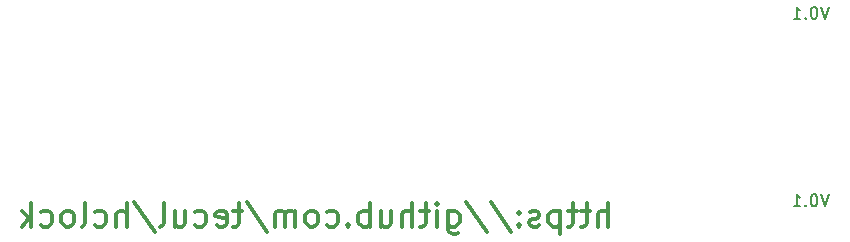
<source format=gbo>
%TF.GenerationSoftware,KiCad,Pcbnew,4.0.2+e4-6225~38~ubuntu14.04.1-stable*%
%TF.CreationDate,2016-06-25T18:59:24+02:00*%
%TF.ProjectId,hclock,68636C6F636B2E6B696361645F706362,0.1*%
%TF.FileFunction,Legend,Bot*%
%FSLAX46Y46*%
G04 Gerber Fmt 4.6, Leading zero omitted, Abs format (unit mm)*
G04 Created by KiCad (PCBNEW 4.0.2+e4-6225~38~ubuntu14.04.1-stable) date sam. 25 juin 2016 18:59:24 CEST*
%MOMM*%
G01*
G04 APERTURE LIST*
%ADD10C,0.100000*%
%ADD11C,0.300000*%
%ADD12C,0.150000*%
G04 APERTURE END LIST*
D10*
D11*
X170811907Y-70119762D02*
X170811907Y-68119762D01*
X169954764Y-70119762D02*
X169954764Y-69072143D01*
X170050002Y-68881667D01*
X170240478Y-68786429D01*
X170526192Y-68786429D01*
X170716668Y-68881667D01*
X170811907Y-68976905D01*
X169288097Y-68786429D02*
X168526192Y-68786429D01*
X169002383Y-68119762D02*
X169002383Y-69834048D01*
X168907144Y-70024524D01*
X168716668Y-70119762D01*
X168526192Y-70119762D01*
X168145240Y-68786429D02*
X167383335Y-68786429D01*
X167859526Y-68119762D02*
X167859526Y-69834048D01*
X167764287Y-70024524D01*
X167573811Y-70119762D01*
X167383335Y-70119762D01*
X166716669Y-68786429D02*
X166716669Y-70786429D01*
X166716669Y-68881667D02*
X166526192Y-68786429D01*
X166145240Y-68786429D01*
X165954764Y-68881667D01*
X165859526Y-68976905D01*
X165764288Y-69167381D01*
X165764288Y-69738810D01*
X165859526Y-69929286D01*
X165954764Y-70024524D01*
X166145240Y-70119762D01*
X166526192Y-70119762D01*
X166716669Y-70024524D01*
X165002383Y-70024524D02*
X164811906Y-70119762D01*
X164430954Y-70119762D01*
X164240478Y-70024524D01*
X164145240Y-69834048D01*
X164145240Y-69738810D01*
X164240478Y-69548333D01*
X164430954Y-69453095D01*
X164716668Y-69453095D01*
X164907145Y-69357857D01*
X165002383Y-69167381D01*
X165002383Y-69072143D01*
X164907145Y-68881667D01*
X164716668Y-68786429D01*
X164430954Y-68786429D01*
X164240478Y-68881667D01*
X163288097Y-69929286D02*
X163192858Y-70024524D01*
X163288097Y-70119762D01*
X163383335Y-70024524D01*
X163288097Y-69929286D01*
X163288097Y-70119762D01*
X163288097Y-68881667D02*
X163192858Y-68976905D01*
X163288097Y-69072143D01*
X163383335Y-68976905D01*
X163288097Y-68881667D01*
X163288097Y-69072143D01*
X160907144Y-68024524D02*
X162621430Y-70595952D01*
X158811906Y-68024524D02*
X160526192Y-70595952D01*
X157288097Y-68786429D02*
X157288097Y-70405476D01*
X157383335Y-70595952D01*
X157478573Y-70691190D01*
X157669049Y-70786429D01*
X157954763Y-70786429D01*
X158145240Y-70691190D01*
X157288097Y-70024524D02*
X157478573Y-70119762D01*
X157859525Y-70119762D01*
X158050001Y-70024524D01*
X158145240Y-69929286D01*
X158240478Y-69738810D01*
X158240478Y-69167381D01*
X158145240Y-68976905D01*
X158050001Y-68881667D01*
X157859525Y-68786429D01*
X157478573Y-68786429D01*
X157288097Y-68881667D01*
X156335716Y-70119762D02*
X156335716Y-68786429D01*
X156335716Y-68119762D02*
X156430954Y-68215000D01*
X156335716Y-68310238D01*
X156240477Y-68215000D01*
X156335716Y-68119762D01*
X156335716Y-68310238D01*
X155669049Y-68786429D02*
X154907144Y-68786429D01*
X155383335Y-68119762D02*
X155383335Y-69834048D01*
X155288096Y-70024524D01*
X155097620Y-70119762D01*
X154907144Y-70119762D01*
X154240478Y-70119762D02*
X154240478Y-68119762D01*
X153383335Y-70119762D02*
X153383335Y-69072143D01*
X153478573Y-68881667D01*
X153669049Y-68786429D01*
X153954763Y-68786429D01*
X154145239Y-68881667D01*
X154240478Y-68976905D01*
X151573811Y-68786429D02*
X151573811Y-70119762D01*
X152430954Y-68786429D02*
X152430954Y-69834048D01*
X152335715Y-70024524D01*
X152145239Y-70119762D01*
X151859525Y-70119762D01*
X151669049Y-70024524D01*
X151573811Y-69929286D01*
X150621430Y-70119762D02*
X150621430Y-68119762D01*
X150621430Y-68881667D02*
X150430953Y-68786429D01*
X150050001Y-68786429D01*
X149859525Y-68881667D01*
X149764287Y-68976905D01*
X149669049Y-69167381D01*
X149669049Y-69738810D01*
X149764287Y-69929286D01*
X149859525Y-70024524D01*
X150050001Y-70119762D01*
X150430953Y-70119762D01*
X150621430Y-70024524D01*
X148811906Y-69929286D02*
X148716667Y-70024524D01*
X148811906Y-70119762D01*
X148907144Y-70024524D01*
X148811906Y-69929286D01*
X148811906Y-70119762D01*
X147002382Y-70024524D02*
X147192858Y-70119762D01*
X147573810Y-70119762D01*
X147764286Y-70024524D01*
X147859525Y-69929286D01*
X147954763Y-69738810D01*
X147954763Y-69167381D01*
X147859525Y-68976905D01*
X147764286Y-68881667D01*
X147573810Y-68786429D01*
X147192858Y-68786429D01*
X147002382Y-68881667D01*
X145859524Y-70119762D02*
X146050000Y-70024524D01*
X146145239Y-69929286D01*
X146240477Y-69738810D01*
X146240477Y-69167381D01*
X146145239Y-68976905D01*
X146050000Y-68881667D01*
X145859524Y-68786429D01*
X145573810Y-68786429D01*
X145383334Y-68881667D01*
X145288096Y-68976905D01*
X145192858Y-69167381D01*
X145192858Y-69738810D01*
X145288096Y-69929286D01*
X145383334Y-70024524D01*
X145573810Y-70119762D01*
X145859524Y-70119762D01*
X144335715Y-70119762D02*
X144335715Y-68786429D01*
X144335715Y-68976905D02*
X144240476Y-68881667D01*
X144050000Y-68786429D01*
X143764286Y-68786429D01*
X143573810Y-68881667D01*
X143478572Y-69072143D01*
X143478572Y-70119762D01*
X143478572Y-69072143D02*
X143383334Y-68881667D01*
X143192857Y-68786429D01*
X142907143Y-68786429D01*
X142716667Y-68881667D01*
X142621429Y-69072143D01*
X142621429Y-70119762D01*
X140240476Y-68024524D02*
X141954762Y-70595952D01*
X139859524Y-68786429D02*
X139097619Y-68786429D01*
X139573810Y-68119762D02*
X139573810Y-69834048D01*
X139478571Y-70024524D01*
X139288095Y-70119762D01*
X139097619Y-70119762D01*
X137669048Y-70024524D02*
X137859524Y-70119762D01*
X138240476Y-70119762D01*
X138430953Y-70024524D01*
X138526191Y-69834048D01*
X138526191Y-69072143D01*
X138430953Y-68881667D01*
X138240476Y-68786429D01*
X137859524Y-68786429D01*
X137669048Y-68881667D01*
X137573810Y-69072143D01*
X137573810Y-69262619D01*
X138526191Y-69453095D01*
X135859524Y-70024524D02*
X136050000Y-70119762D01*
X136430952Y-70119762D01*
X136621428Y-70024524D01*
X136716667Y-69929286D01*
X136811905Y-69738810D01*
X136811905Y-69167381D01*
X136716667Y-68976905D01*
X136621428Y-68881667D01*
X136430952Y-68786429D01*
X136050000Y-68786429D01*
X135859524Y-68881667D01*
X134145238Y-68786429D02*
X134145238Y-70119762D01*
X135002381Y-68786429D02*
X135002381Y-69834048D01*
X134907142Y-70024524D01*
X134716666Y-70119762D01*
X134430952Y-70119762D01*
X134240476Y-70024524D01*
X134145238Y-69929286D01*
X132907142Y-70119762D02*
X133097618Y-70024524D01*
X133192857Y-69834048D01*
X133192857Y-68119762D01*
X130716666Y-68024524D02*
X132430952Y-70595952D01*
X130050000Y-70119762D02*
X130050000Y-68119762D01*
X129192857Y-70119762D02*
X129192857Y-69072143D01*
X129288095Y-68881667D01*
X129478571Y-68786429D01*
X129764285Y-68786429D01*
X129954761Y-68881667D01*
X130050000Y-68976905D01*
X127383333Y-70024524D02*
X127573809Y-70119762D01*
X127954761Y-70119762D01*
X128145237Y-70024524D01*
X128240476Y-69929286D01*
X128335714Y-69738810D01*
X128335714Y-69167381D01*
X128240476Y-68976905D01*
X128145237Y-68881667D01*
X127954761Y-68786429D01*
X127573809Y-68786429D01*
X127383333Y-68881667D01*
X126240475Y-70119762D02*
X126430951Y-70024524D01*
X126526190Y-69834048D01*
X126526190Y-68119762D01*
X125192856Y-70119762D02*
X125383332Y-70024524D01*
X125478571Y-69929286D01*
X125573809Y-69738810D01*
X125573809Y-69167381D01*
X125478571Y-68976905D01*
X125383332Y-68881667D01*
X125192856Y-68786429D01*
X124907142Y-68786429D01*
X124716666Y-68881667D01*
X124621428Y-68976905D01*
X124526190Y-69167381D01*
X124526190Y-69738810D01*
X124621428Y-69929286D01*
X124716666Y-70024524D01*
X124907142Y-70119762D01*
X125192856Y-70119762D01*
X122811904Y-70024524D02*
X123002380Y-70119762D01*
X123383332Y-70119762D01*
X123573808Y-70024524D01*
X123669047Y-69929286D01*
X123764285Y-69738810D01*
X123764285Y-69167381D01*
X123669047Y-68976905D01*
X123573808Y-68881667D01*
X123383332Y-68786429D01*
X123002380Y-68786429D01*
X122811904Y-68881667D01*
X121954761Y-70119762D02*
X121954761Y-68119762D01*
X121764284Y-69357857D02*
X121192856Y-70119762D01*
X121192856Y-68786429D02*
X121954761Y-69548333D01*
D12*
X189483809Y-67397381D02*
X189150476Y-68397381D01*
X188817142Y-67397381D01*
X188293333Y-67397381D02*
X188198094Y-67397381D01*
X188102856Y-67445000D01*
X188055237Y-67492619D01*
X188007618Y-67587857D01*
X187959999Y-67778333D01*
X187959999Y-68016429D01*
X188007618Y-68206905D01*
X188055237Y-68302143D01*
X188102856Y-68349762D01*
X188198094Y-68397381D01*
X188293333Y-68397381D01*
X188388571Y-68349762D01*
X188436190Y-68302143D01*
X188483809Y-68206905D01*
X188531428Y-68016429D01*
X188531428Y-67778333D01*
X188483809Y-67587857D01*
X188436190Y-67492619D01*
X188388571Y-67445000D01*
X188293333Y-67397381D01*
X187531428Y-68302143D02*
X187483809Y-68349762D01*
X187531428Y-68397381D01*
X187579047Y-68349762D01*
X187531428Y-68302143D01*
X187531428Y-68397381D01*
X186531428Y-68397381D02*
X187102857Y-68397381D01*
X186817143Y-68397381D02*
X186817143Y-67397381D01*
X186912381Y-67540238D01*
X187007619Y-67635476D01*
X187102857Y-67683095D01*
X189483809Y-51522381D02*
X189150476Y-52522381D01*
X188817142Y-51522381D01*
X188293333Y-51522381D02*
X188198094Y-51522381D01*
X188102856Y-51570000D01*
X188055237Y-51617619D01*
X188007618Y-51712857D01*
X187959999Y-51903333D01*
X187959999Y-52141429D01*
X188007618Y-52331905D01*
X188055237Y-52427143D01*
X188102856Y-52474762D01*
X188198094Y-52522381D01*
X188293333Y-52522381D01*
X188388571Y-52474762D01*
X188436190Y-52427143D01*
X188483809Y-52331905D01*
X188531428Y-52141429D01*
X188531428Y-51903333D01*
X188483809Y-51712857D01*
X188436190Y-51617619D01*
X188388571Y-51570000D01*
X188293333Y-51522381D01*
X187531428Y-52427143D02*
X187483809Y-52474762D01*
X187531428Y-52522381D01*
X187579047Y-52474762D01*
X187531428Y-52427143D01*
X187531428Y-52522381D01*
X186531428Y-52522381D02*
X187102857Y-52522381D01*
X186817143Y-52522381D02*
X186817143Y-51522381D01*
X186912381Y-51665238D01*
X187007619Y-51760476D01*
X187102857Y-51808095D01*
M02*

</source>
